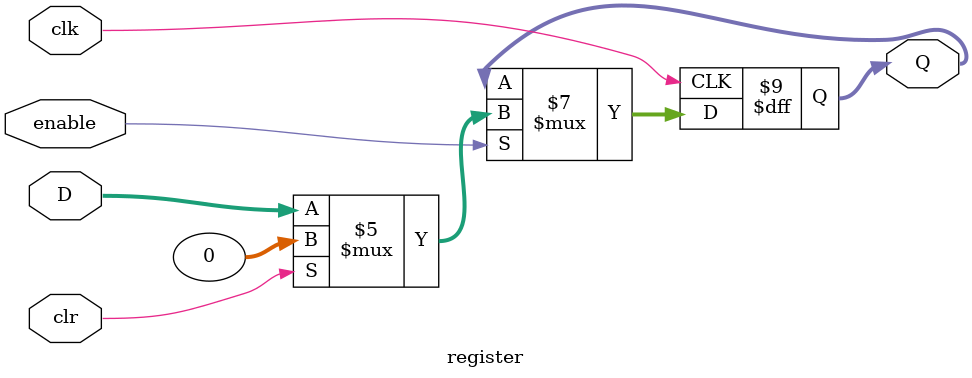
<source format=v>
module register(D,clr,clk,enable,Q);
input[31:0] D;
input clr;
input clk;
input enable;
output reg[31:0] Q;
always @(posedge clk)
begin
	if(enable==1'b1)
		if(clr==1'b1)
			Q <= 0;
		else
			Q <= D;
end
endmodule
</source>
